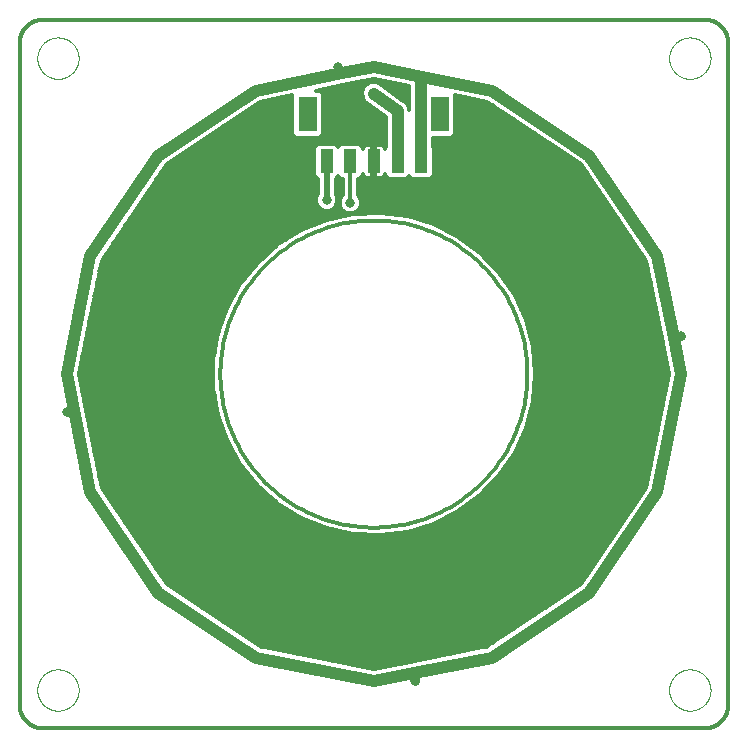
<source format=gbl>
G75*
%MOIN*%
%OFA0B0*%
%FSLAX25Y25*%
%IPPOS*%
%LPD*%
%AMOC8*
5,1,8,0,0,1.08239X$1,22.5*
%
%ADD10C,0.01181*%
%ADD11C,0.00000*%
%ADD12R,0.04331X0.07874*%
%ADD13R,0.06299X0.11811*%
%ADD14C,0.03169*%
%ADD15C,0.01200*%
%ADD16C,0.03937*%
%ADD17C,0.01969*%
%ADD18C,0.02953*%
D10*
X0009465Y0003031D02*
X0229937Y0003031D01*
X0229937Y0003032D02*
X0230127Y0003034D01*
X0230317Y0003041D01*
X0230507Y0003053D01*
X0230697Y0003069D01*
X0230886Y0003089D01*
X0231075Y0003115D01*
X0231263Y0003144D01*
X0231450Y0003179D01*
X0231636Y0003218D01*
X0231821Y0003261D01*
X0232006Y0003309D01*
X0232189Y0003361D01*
X0232370Y0003417D01*
X0232550Y0003478D01*
X0232729Y0003544D01*
X0232906Y0003613D01*
X0233082Y0003687D01*
X0233255Y0003765D01*
X0233427Y0003848D01*
X0233596Y0003934D01*
X0233764Y0004024D01*
X0233929Y0004119D01*
X0234092Y0004217D01*
X0234252Y0004320D01*
X0234410Y0004426D01*
X0234565Y0004536D01*
X0234718Y0004649D01*
X0234868Y0004767D01*
X0235014Y0004888D01*
X0235158Y0005012D01*
X0235299Y0005140D01*
X0235437Y0005271D01*
X0235572Y0005406D01*
X0235703Y0005544D01*
X0235831Y0005685D01*
X0235955Y0005829D01*
X0236076Y0005975D01*
X0236194Y0006125D01*
X0236307Y0006278D01*
X0236417Y0006433D01*
X0236523Y0006591D01*
X0236626Y0006751D01*
X0236724Y0006914D01*
X0236819Y0007079D01*
X0236909Y0007247D01*
X0236995Y0007416D01*
X0237078Y0007588D01*
X0237156Y0007761D01*
X0237230Y0007937D01*
X0237299Y0008114D01*
X0237365Y0008293D01*
X0237426Y0008473D01*
X0237482Y0008654D01*
X0237534Y0008837D01*
X0237582Y0009022D01*
X0237625Y0009207D01*
X0237664Y0009393D01*
X0237699Y0009580D01*
X0237728Y0009768D01*
X0237754Y0009957D01*
X0237774Y0010146D01*
X0237790Y0010336D01*
X0237802Y0010526D01*
X0237809Y0010716D01*
X0237811Y0010906D01*
X0237811Y0231378D01*
X0237809Y0231568D01*
X0237802Y0231758D01*
X0237790Y0231948D01*
X0237774Y0232138D01*
X0237754Y0232327D01*
X0237728Y0232516D01*
X0237699Y0232704D01*
X0237664Y0232891D01*
X0237625Y0233077D01*
X0237582Y0233262D01*
X0237534Y0233447D01*
X0237482Y0233630D01*
X0237426Y0233811D01*
X0237365Y0233991D01*
X0237299Y0234170D01*
X0237230Y0234347D01*
X0237156Y0234523D01*
X0237078Y0234696D01*
X0236995Y0234868D01*
X0236909Y0235037D01*
X0236819Y0235205D01*
X0236724Y0235370D01*
X0236626Y0235533D01*
X0236523Y0235693D01*
X0236417Y0235851D01*
X0236307Y0236006D01*
X0236194Y0236159D01*
X0236076Y0236309D01*
X0235955Y0236455D01*
X0235831Y0236599D01*
X0235703Y0236740D01*
X0235572Y0236878D01*
X0235437Y0237013D01*
X0235299Y0237144D01*
X0235158Y0237272D01*
X0235014Y0237396D01*
X0234868Y0237517D01*
X0234718Y0237635D01*
X0234565Y0237748D01*
X0234410Y0237858D01*
X0234252Y0237964D01*
X0234092Y0238067D01*
X0233929Y0238165D01*
X0233764Y0238260D01*
X0233596Y0238350D01*
X0233427Y0238436D01*
X0233255Y0238519D01*
X0233082Y0238597D01*
X0232906Y0238671D01*
X0232729Y0238740D01*
X0232550Y0238806D01*
X0232370Y0238867D01*
X0232189Y0238923D01*
X0232006Y0238975D01*
X0231821Y0239023D01*
X0231636Y0239066D01*
X0231450Y0239105D01*
X0231263Y0239140D01*
X0231075Y0239169D01*
X0230886Y0239195D01*
X0230697Y0239215D01*
X0230507Y0239231D01*
X0230317Y0239243D01*
X0230127Y0239250D01*
X0229937Y0239252D01*
X0009465Y0239252D01*
X0009275Y0239250D01*
X0009085Y0239243D01*
X0008895Y0239231D01*
X0008705Y0239215D01*
X0008516Y0239195D01*
X0008327Y0239169D01*
X0008139Y0239140D01*
X0007952Y0239105D01*
X0007766Y0239066D01*
X0007581Y0239023D01*
X0007396Y0238975D01*
X0007213Y0238923D01*
X0007032Y0238867D01*
X0006852Y0238806D01*
X0006673Y0238740D01*
X0006496Y0238671D01*
X0006320Y0238597D01*
X0006147Y0238519D01*
X0005975Y0238436D01*
X0005806Y0238350D01*
X0005638Y0238260D01*
X0005473Y0238165D01*
X0005310Y0238067D01*
X0005150Y0237964D01*
X0004992Y0237858D01*
X0004837Y0237748D01*
X0004684Y0237635D01*
X0004534Y0237517D01*
X0004388Y0237396D01*
X0004244Y0237272D01*
X0004103Y0237144D01*
X0003965Y0237013D01*
X0003830Y0236878D01*
X0003699Y0236740D01*
X0003571Y0236599D01*
X0003447Y0236455D01*
X0003326Y0236309D01*
X0003208Y0236159D01*
X0003095Y0236006D01*
X0002985Y0235851D01*
X0002879Y0235693D01*
X0002776Y0235533D01*
X0002678Y0235370D01*
X0002583Y0235205D01*
X0002493Y0235037D01*
X0002407Y0234868D01*
X0002324Y0234696D01*
X0002246Y0234523D01*
X0002172Y0234347D01*
X0002103Y0234170D01*
X0002037Y0233991D01*
X0001976Y0233811D01*
X0001920Y0233630D01*
X0001868Y0233447D01*
X0001820Y0233262D01*
X0001777Y0233077D01*
X0001738Y0232891D01*
X0001703Y0232704D01*
X0001674Y0232516D01*
X0001648Y0232327D01*
X0001628Y0232138D01*
X0001612Y0231948D01*
X0001600Y0231758D01*
X0001593Y0231568D01*
X0001591Y0231378D01*
X0001591Y0010906D01*
X0001593Y0010716D01*
X0001600Y0010526D01*
X0001612Y0010336D01*
X0001628Y0010146D01*
X0001648Y0009957D01*
X0001674Y0009768D01*
X0001703Y0009580D01*
X0001738Y0009393D01*
X0001777Y0009207D01*
X0001820Y0009022D01*
X0001868Y0008837D01*
X0001920Y0008654D01*
X0001976Y0008473D01*
X0002037Y0008293D01*
X0002103Y0008114D01*
X0002172Y0007937D01*
X0002246Y0007761D01*
X0002324Y0007588D01*
X0002407Y0007416D01*
X0002493Y0007247D01*
X0002583Y0007079D01*
X0002678Y0006914D01*
X0002776Y0006751D01*
X0002879Y0006591D01*
X0002985Y0006433D01*
X0003095Y0006278D01*
X0003208Y0006125D01*
X0003326Y0005975D01*
X0003447Y0005829D01*
X0003571Y0005685D01*
X0003699Y0005544D01*
X0003830Y0005406D01*
X0003965Y0005271D01*
X0004103Y0005140D01*
X0004244Y0005012D01*
X0004388Y0004888D01*
X0004534Y0004767D01*
X0004684Y0004649D01*
X0004837Y0004536D01*
X0004992Y0004426D01*
X0005150Y0004320D01*
X0005310Y0004217D01*
X0005473Y0004119D01*
X0005638Y0004024D01*
X0005806Y0003934D01*
X0005975Y0003848D01*
X0006147Y0003765D01*
X0006320Y0003687D01*
X0006496Y0003613D01*
X0006673Y0003544D01*
X0006852Y0003478D01*
X0007032Y0003417D01*
X0007213Y0003361D01*
X0007396Y0003309D01*
X0007581Y0003261D01*
X0007766Y0003218D01*
X0007952Y0003179D01*
X0008139Y0003144D01*
X0008327Y0003115D01*
X0008516Y0003089D01*
X0008705Y0003069D01*
X0008895Y0003053D01*
X0009085Y0003041D01*
X0009275Y0003034D01*
X0009465Y0003032D01*
X0051861Y0050365D02*
X0187540Y0050365D01*
X0188724Y0051154D02*
X0157535Y0030361D01*
X0131600Y0025174D01*
X0131600Y0025174D01*
X0119701Y0022794D01*
X0081867Y0030361D01*
X0050678Y0051154D01*
X0028918Y0083321D01*
X0023771Y0109054D01*
X0021354Y0121142D01*
X0066154Y0121142D01*
X0066154Y0122321D02*
X0021589Y0122321D01*
X0021354Y0121142D02*
X0028918Y0158962D01*
X0050678Y0191130D01*
X0081867Y0211922D01*
X0092535Y0214056D01*
X0092535Y0201035D01*
X0093689Y0199882D01*
X0101619Y0199882D01*
X0102772Y0201035D01*
X0102772Y0214477D01*
X0101619Y0215630D01*
X0100406Y0215630D01*
X0110641Y0217677D01*
X0119701Y0219489D01*
X0131512Y0217127D01*
X0131512Y0209020D01*
X0131512Y0209523D01*
X0131402Y0209788D01*
X0131361Y0210072D01*
X0131105Y0210505D01*
X0130912Y0210970D01*
X0130710Y0211173D01*
X0130563Y0211420D01*
X0130161Y0211722D01*
X0129805Y0212078D01*
X0129540Y0212188D01*
X0121436Y0218265D01*
X0119919Y0218654D01*
X0118369Y0218432D01*
X0117021Y0217634D01*
X0116081Y0216381D01*
X0115693Y0214864D01*
X0115914Y0213314D01*
X0116712Y0211966D01*
X0123638Y0206772D01*
X0123638Y0196957D01*
X0123441Y0196760D01*
X0123441Y0196213D01*
X0123348Y0196559D01*
X0123139Y0196921D01*
X0122843Y0197218D01*
X0122480Y0197427D01*
X0122076Y0197535D01*
X0120193Y0197535D01*
X0120193Y0192500D01*
X0119209Y0192500D01*
X0119209Y0197535D01*
X0117326Y0197535D01*
X0116921Y0197427D01*
X0116559Y0197218D01*
X0116263Y0196921D01*
X0116053Y0196559D01*
X0115961Y0196213D01*
X0115961Y0196760D01*
X0114808Y0197913D01*
X0108846Y0197913D01*
X0107890Y0196957D01*
X0106933Y0197913D01*
X0100972Y0197913D01*
X0099819Y0196760D01*
X0099819Y0187255D01*
X0100972Y0186102D01*
X0101000Y0186102D01*
X0101000Y0181284D01*
X0100941Y0181225D01*
X0100400Y0179919D01*
X0100400Y0178506D01*
X0100941Y0177200D01*
X0101940Y0176201D01*
X0103246Y0175660D01*
X0104659Y0175660D01*
X0105965Y0176201D01*
X0106965Y0177200D01*
X0107505Y0178506D01*
X0107505Y0179919D01*
X0106965Y0181225D01*
X0106905Y0181284D01*
X0106905Y0186102D01*
X0106933Y0186102D01*
X0107890Y0187059D01*
X0108846Y0186102D01*
X0109258Y0186102D01*
X0109258Y0180684D01*
X0108815Y0180241D01*
X0108274Y0178935D01*
X0108274Y0177522D01*
X0108815Y0176216D01*
X0109814Y0175216D01*
X0111120Y0174676D01*
X0112533Y0174676D01*
X0113839Y0175216D01*
X0114839Y0176216D01*
X0115380Y0177522D01*
X0115380Y0178935D01*
X0114839Y0180241D01*
X0114395Y0180684D01*
X0114395Y0186102D01*
X0114808Y0186102D01*
X0115961Y0187255D01*
X0115961Y0187803D01*
X0116053Y0187457D01*
X0116263Y0187094D01*
X0116559Y0186798D01*
X0116921Y0186589D01*
X0117326Y0186480D01*
X0119209Y0186480D01*
X0119209Y0191516D01*
X0120193Y0191516D01*
X0120193Y0186480D01*
X0122076Y0186480D01*
X0122480Y0186589D01*
X0122843Y0186798D01*
X0123139Y0187094D01*
X0123348Y0187457D01*
X0123441Y0187803D01*
X0123441Y0187255D01*
X0124594Y0186102D01*
X0130556Y0186102D01*
X0131512Y0187059D01*
X0132468Y0186102D01*
X0138430Y0186102D01*
X0139583Y0187255D01*
X0139583Y0196760D01*
X0139386Y0196957D01*
X0139386Y0199882D01*
X0145713Y0199882D01*
X0146866Y0201035D01*
X0146866Y0214056D01*
X0157535Y0211922D01*
X0188724Y0191130D01*
X0210484Y0158962D01*
X0215630Y0133230D01*
X0215630Y0133230D01*
X0218048Y0121142D01*
X0173441Y0121142D01*
X0172668Y0130224D01*
X0170371Y0139045D01*
X0166617Y0147351D01*
X0161513Y0154902D01*
X0155206Y0161483D01*
X0155206Y0161483D01*
X0147877Y0166903D01*
X0139738Y0171007D01*
X0131023Y0173676D01*
X0121982Y0174833D01*
X0112875Y0174447D01*
X0112875Y0174447D01*
X0103964Y0172526D01*
X0095507Y0169128D01*
X0095507Y0169128D01*
X0087745Y0164349D01*
X0080903Y0158327D01*
X0080903Y0158327D01*
X0075177Y0151235D01*
X0075177Y0151235D01*
X0070731Y0143277D01*
X0067695Y0134683D01*
X0066154Y0125699D01*
X0066154Y0116584D01*
X0067695Y0107600D01*
X0070731Y0099006D01*
X0075177Y0091049D01*
X0075177Y0091049D01*
X0080903Y0083957D01*
X0087745Y0077935D01*
X0087745Y0077935D01*
X0095507Y0073156D01*
X0103964Y0069757D01*
X0103964Y0069757D01*
X0112875Y0067837D01*
X0121982Y0067450D01*
X0131023Y0068608D01*
X0139738Y0071277D01*
X0139738Y0071277D01*
X0147877Y0075380D01*
X0155206Y0080800D01*
X0155206Y0080800D01*
X0161513Y0087381D01*
X0166617Y0094933D01*
X0170371Y0103239D01*
X0172668Y0112060D01*
X0173441Y0121142D01*
X0173441Y0121142D01*
X0173341Y0122321D02*
X0217812Y0122321D01*
X0218048Y0121142D02*
X0210484Y0083321D01*
X0188724Y0051154D01*
X0188988Y0051545D02*
X0050414Y0051545D01*
X0049616Y0052724D02*
X0189786Y0052724D01*
X0190584Y0053904D02*
X0048818Y0053904D01*
X0048020Y0055083D02*
X0191382Y0055083D01*
X0192180Y0056263D02*
X0047222Y0056263D01*
X0046424Y0057443D02*
X0192978Y0057443D01*
X0193776Y0058622D02*
X0045626Y0058622D01*
X0044828Y0059802D02*
X0194574Y0059802D01*
X0195372Y0060981D02*
X0044030Y0060981D01*
X0043232Y0062161D02*
X0196170Y0062161D01*
X0196968Y0063341D02*
X0042434Y0063341D01*
X0041636Y0064520D02*
X0197766Y0064520D01*
X0198564Y0065700D02*
X0040838Y0065700D01*
X0040040Y0066880D02*
X0199362Y0066880D01*
X0200160Y0068059D02*
X0126738Y0068059D01*
X0131023Y0068608D02*
X0131023Y0068608D01*
X0133083Y0069239D02*
X0200958Y0069239D01*
X0201756Y0070418D02*
X0136935Y0070418D01*
X0140375Y0071598D02*
X0202554Y0071598D01*
X0203352Y0072778D02*
X0142715Y0072778D01*
X0145054Y0073957D02*
X0204150Y0073957D01*
X0204948Y0075137D02*
X0147394Y0075137D01*
X0149143Y0076316D02*
X0205745Y0076316D01*
X0206543Y0077496D02*
X0150738Y0077496D01*
X0152333Y0078676D02*
X0207341Y0078676D01*
X0208139Y0079855D02*
X0153928Y0079855D01*
X0155430Y0081035D02*
X0208937Y0081035D01*
X0209735Y0082214D02*
X0156561Y0082214D01*
X0157691Y0083394D02*
X0210498Y0083394D01*
X0210734Y0084574D02*
X0158822Y0084574D01*
X0159952Y0085753D02*
X0210970Y0085753D01*
X0211206Y0086933D02*
X0161083Y0086933D01*
X0162007Y0088113D02*
X0211442Y0088113D01*
X0211678Y0089292D02*
X0162804Y0089292D01*
X0163601Y0090472D02*
X0211914Y0090472D01*
X0212150Y0091651D02*
X0164399Y0091651D01*
X0165196Y0092831D02*
X0212386Y0092831D01*
X0212622Y0094011D02*
X0165993Y0094011D01*
X0166733Y0095190D02*
X0212858Y0095190D01*
X0213094Y0096370D02*
X0167266Y0096370D01*
X0167799Y0097549D02*
X0213330Y0097549D01*
X0213566Y0098729D02*
X0168333Y0098729D01*
X0168866Y0099909D02*
X0213801Y0099909D01*
X0214037Y0101088D02*
X0169399Y0101088D01*
X0169932Y0102268D02*
X0214273Y0102268D01*
X0214509Y0103448D02*
X0170426Y0103448D01*
X0170733Y0104627D02*
X0214745Y0104627D01*
X0214981Y0105807D02*
X0171040Y0105807D01*
X0171347Y0106986D02*
X0215217Y0106986D01*
X0215453Y0108166D02*
X0171654Y0108166D01*
X0171961Y0109346D02*
X0215689Y0109346D01*
X0215925Y0110525D02*
X0172268Y0110525D01*
X0172576Y0111705D02*
X0216161Y0111705D01*
X0216397Y0112884D02*
X0172738Y0112884D01*
X0172668Y0112060D02*
X0172668Y0112060D01*
X0172839Y0114064D02*
X0216632Y0114064D01*
X0216868Y0115244D02*
X0172939Y0115244D01*
X0173039Y0116423D02*
X0217104Y0116423D01*
X0217340Y0117603D02*
X0173140Y0117603D01*
X0173240Y0118783D02*
X0217576Y0118783D01*
X0217812Y0119962D02*
X0173341Y0119962D01*
X0173240Y0123501D02*
X0217576Y0123501D01*
X0217340Y0124681D02*
X0173140Y0124681D01*
X0173039Y0125860D02*
X0217104Y0125860D01*
X0216868Y0127040D02*
X0172939Y0127040D01*
X0172839Y0128219D02*
X0216632Y0128219D01*
X0216397Y0129399D02*
X0172738Y0129399D01*
X0172668Y0130224D02*
X0172668Y0130224D01*
X0172576Y0130579D02*
X0216161Y0130579D01*
X0215925Y0131758D02*
X0172268Y0131758D01*
X0171961Y0132938D02*
X0215689Y0132938D01*
X0215453Y0134117D02*
X0171654Y0134117D01*
X0171347Y0135297D02*
X0215217Y0135297D01*
X0214981Y0136477D02*
X0171040Y0136477D01*
X0170733Y0137656D02*
X0214745Y0137656D01*
X0214509Y0138836D02*
X0170426Y0138836D01*
X0170371Y0139045D02*
X0170371Y0139045D01*
X0169932Y0140016D02*
X0214273Y0140016D01*
X0214037Y0141195D02*
X0169399Y0141195D01*
X0168866Y0142375D02*
X0213801Y0142375D01*
X0213565Y0143554D02*
X0168333Y0143554D01*
X0167799Y0144734D02*
X0213330Y0144734D01*
X0213094Y0145914D02*
X0167266Y0145914D01*
X0166733Y0147093D02*
X0212858Y0147093D01*
X0212622Y0148273D02*
X0165993Y0148273D01*
X0166617Y0147351D02*
X0166617Y0147351D01*
X0165196Y0149452D02*
X0212386Y0149452D01*
X0212150Y0150632D02*
X0164399Y0150632D01*
X0163601Y0151812D02*
X0211914Y0151812D01*
X0211678Y0152991D02*
X0162804Y0152991D01*
X0162007Y0154171D02*
X0211442Y0154171D01*
X0211206Y0155351D02*
X0161083Y0155351D01*
X0161513Y0154902D02*
X0161513Y0154902D01*
X0159952Y0156530D02*
X0210970Y0156530D01*
X0210734Y0157710D02*
X0158822Y0157710D01*
X0157691Y0158889D02*
X0210498Y0158889D01*
X0209735Y0160069D02*
X0156561Y0160069D01*
X0155430Y0161249D02*
X0208937Y0161249D01*
X0208139Y0162428D02*
X0153927Y0162428D01*
X0152333Y0163608D02*
X0207341Y0163608D01*
X0206543Y0164787D02*
X0150738Y0164787D01*
X0149143Y0165967D02*
X0205745Y0165967D01*
X0204947Y0167147D02*
X0147394Y0167147D01*
X0147877Y0166903D02*
X0147877Y0166903D01*
X0145054Y0168326D02*
X0204150Y0168326D01*
X0203352Y0169506D02*
X0142715Y0169506D01*
X0140375Y0170686D02*
X0202554Y0170686D01*
X0201756Y0171865D02*
X0136935Y0171865D01*
X0139738Y0171007D02*
X0139738Y0171007D01*
X0133083Y0173045D02*
X0200958Y0173045D01*
X0200160Y0174224D02*
X0126738Y0174224D01*
X0131023Y0173676D02*
X0131023Y0173676D01*
X0121982Y0174833D02*
X0121982Y0174833D01*
X0114991Y0176584D02*
X0198564Y0176584D01*
X0197766Y0177763D02*
X0115380Y0177763D01*
X0115376Y0178943D02*
X0196968Y0178943D01*
X0196170Y0180122D02*
X0114888Y0180122D01*
X0114395Y0181302D02*
X0195372Y0181302D01*
X0194574Y0182482D02*
X0114395Y0182482D01*
X0114395Y0183661D02*
X0193776Y0183661D01*
X0192978Y0184841D02*
X0114395Y0184841D01*
X0114395Y0186020D02*
X0192180Y0186020D01*
X0191382Y0187200D02*
X0139527Y0187200D01*
X0139583Y0188380D02*
X0190584Y0188380D01*
X0189786Y0189559D02*
X0139583Y0189559D01*
X0139583Y0190739D02*
X0188988Y0190739D01*
X0187540Y0191919D02*
X0139583Y0191919D01*
X0139583Y0193098D02*
X0185771Y0193098D01*
X0184002Y0194278D02*
X0139583Y0194278D01*
X0139583Y0195457D02*
X0182232Y0195457D01*
X0180463Y0196637D02*
X0139583Y0196637D01*
X0139386Y0197817D02*
X0178693Y0197817D01*
X0176924Y0198996D02*
X0139386Y0198996D01*
X0146007Y0200176D02*
X0175154Y0200176D01*
X0173385Y0201355D02*
X0146866Y0201355D01*
X0146866Y0202535D02*
X0171616Y0202535D01*
X0169846Y0203715D02*
X0146866Y0203715D01*
X0146866Y0204894D02*
X0168077Y0204894D01*
X0166307Y0206074D02*
X0146866Y0206074D01*
X0146866Y0207254D02*
X0164538Y0207254D01*
X0162768Y0208433D02*
X0146866Y0208433D01*
X0146866Y0209613D02*
X0160999Y0209613D01*
X0159230Y0210792D02*
X0146866Y0210792D01*
X0146866Y0211972D02*
X0157286Y0211972D01*
X0151388Y0213152D02*
X0146866Y0213152D01*
X0131512Y0213152D02*
X0128255Y0213152D01*
X0126682Y0214331D02*
X0131512Y0214331D01*
X0131512Y0215511D02*
X0125109Y0215511D01*
X0123536Y0216690D02*
X0131512Y0216690D01*
X0127795Y0217870D02*
X0121963Y0217870D01*
X0121897Y0219050D02*
X0117504Y0219050D01*
X0117419Y0217870D02*
X0111606Y0217870D01*
X0110641Y0217677D02*
X0110641Y0217677D01*
X0105708Y0216690D02*
X0116313Y0216690D01*
X0115858Y0215511D02*
X0101738Y0215511D01*
X0102772Y0214331D02*
X0115769Y0214331D01*
X0116010Y0213152D02*
X0102772Y0213152D01*
X0102772Y0211972D02*
X0116708Y0211972D01*
X0118277Y0210792D02*
X0102772Y0210792D01*
X0102772Y0209613D02*
X0119850Y0209613D01*
X0121422Y0208433D02*
X0102772Y0208433D01*
X0102772Y0207254D02*
X0122995Y0207254D01*
X0123638Y0206074D02*
X0102772Y0206074D01*
X0102772Y0204894D02*
X0123638Y0204894D01*
X0123638Y0203715D02*
X0102772Y0203715D01*
X0102772Y0202535D02*
X0123638Y0202535D01*
X0123638Y0201355D02*
X0102772Y0201355D01*
X0101912Y0200176D02*
X0123638Y0200176D01*
X0123638Y0198996D02*
X0062478Y0198996D01*
X0064247Y0200176D02*
X0093395Y0200176D01*
X0092535Y0201355D02*
X0066017Y0201355D01*
X0067786Y0202535D02*
X0092535Y0202535D01*
X0092535Y0203715D02*
X0069555Y0203715D01*
X0071325Y0204894D02*
X0092535Y0204894D01*
X0092535Y0206074D02*
X0073094Y0206074D01*
X0074864Y0207254D02*
X0092535Y0207254D01*
X0092535Y0208433D02*
X0076633Y0208433D01*
X0078402Y0209613D02*
X0092535Y0209613D01*
X0092535Y0210792D02*
X0080172Y0210792D01*
X0082116Y0211972D02*
X0092535Y0211972D01*
X0092535Y0213152D02*
X0088014Y0213152D01*
X0100875Y0197817D02*
X0060708Y0197817D01*
X0058939Y0196637D02*
X0099819Y0196637D01*
X0099819Y0195457D02*
X0057169Y0195457D01*
X0055400Y0194278D02*
X0099819Y0194278D01*
X0099819Y0193098D02*
X0053631Y0193098D01*
X0051861Y0191919D02*
X0099819Y0191919D01*
X0099819Y0190739D02*
X0050414Y0190739D01*
X0049616Y0189559D02*
X0099819Y0189559D01*
X0099819Y0188380D02*
X0048818Y0188380D01*
X0048020Y0187200D02*
X0099874Y0187200D01*
X0101000Y0186020D02*
X0047222Y0186020D01*
X0046424Y0184841D02*
X0101000Y0184841D01*
X0101000Y0183661D02*
X0045626Y0183661D01*
X0044828Y0182482D02*
X0101000Y0182482D01*
X0101000Y0181302D02*
X0044030Y0181302D01*
X0043232Y0180122D02*
X0100484Y0180122D01*
X0100400Y0178943D02*
X0042434Y0178943D01*
X0041636Y0177763D02*
X0100708Y0177763D01*
X0101557Y0176584D02*
X0040838Y0176584D01*
X0040040Y0175404D02*
X0109627Y0175404D01*
X0108663Y0176584D02*
X0106348Y0176584D01*
X0107198Y0177763D02*
X0108274Y0177763D01*
X0108277Y0178943D02*
X0107505Y0178943D01*
X0107421Y0180122D02*
X0108766Y0180122D01*
X0109258Y0181302D02*
X0106905Y0181302D01*
X0106905Y0182482D02*
X0109258Y0182482D01*
X0109258Y0183661D02*
X0106905Y0183661D01*
X0106905Y0184841D02*
X0109258Y0184841D01*
X0109258Y0186020D02*
X0106905Y0186020D01*
X0115905Y0187200D02*
X0116202Y0187200D01*
X0119209Y0187200D02*
X0120193Y0187200D01*
X0120193Y0188380D02*
X0119209Y0188380D01*
X0119209Y0189559D02*
X0120193Y0189559D01*
X0120193Y0190739D02*
X0119209Y0190739D01*
X0119209Y0193098D02*
X0120193Y0193098D01*
X0120193Y0194278D02*
X0119209Y0194278D01*
X0119209Y0195457D02*
X0120193Y0195457D01*
X0120193Y0196637D02*
X0119209Y0196637D01*
X0116098Y0196637D02*
X0115961Y0196637D01*
X0114904Y0197817D02*
X0123638Y0197817D01*
X0123441Y0196637D02*
X0123303Y0196637D01*
X0123200Y0187200D02*
X0123496Y0187200D01*
X0114027Y0175404D02*
X0199362Y0175404D01*
X0131512Y0209020D02*
X0131512Y0209020D01*
X0131512Y0209613D02*
X0131475Y0209613D01*
X0131512Y0210792D02*
X0130986Y0210792D01*
X0131512Y0211972D02*
X0129911Y0211972D01*
X0108749Y0197817D02*
X0107030Y0197817D01*
X0111844Y0174224D02*
X0039242Y0174224D01*
X0038444Y0173045D02*
X0106370Y0173045D01*
X0103964Y0172526D02*
X0103964Y0172526D01*
X0102319Y0171865D02*
X0037646Y0171865D01*
X0036848Y0170686D02*
X0099384Y0170686D01*
X0096448Y0169506D02*
X0036050Y0169506D01*
X0035252Y0168326D02*
X0094205Y0168326D01*
X0092289Y0167147D02*
X0034454Y0167147D01*
X0033656Y0165967D02*
X0090374Y0165967D01*
X0088458Y0164787D02*
X0032858Y0164787D01*
X0032060Y0163608D02*
X0086903Y0163608D01*
X0087745Y0164349D02*
X0087745Y0164349D01*
X0085563Y0162428D02*
X0031262Y0162428D01*
X0030464Y0161249D02*
X0084223Y0161249D01*
X0082882Y0160069D02*
X0029666Y0160069D01*
X0028903Y0158889D02*
X0081542Y0158889D01*
X0080405Y0157710D02*
X0028667Y0157710D01*
X0028431Y0156530D02*
X0079452Y0156530D01*
X0078500Y0155351D02*
X0028195Y0155351D01*
X0027959Y0154171D02*
X0077547Y0154171D01*
X0076595Y0152991D02*
X0027723Y0152991D01*
X0027488Y0151812D02*
X0075642Y0151812D01*
X0074840Y0150632D02*
X0027252Y0150632D01*
X0027016Y0149452D02*
X0074181Y0149452D01*
X0073522Y0148273D02*
X0026780Y0148273D01*
X0026544Y0147093D02*
X0072863Y0147093D01*
X0072204Y0145914D02*
X0026308Y0145914D01*
X0026072Y0144734D02*
X0071545Y0144734D01*
X0070886Y0143554D02*
X0025836Y0143554D01*
X0025600Y0142375D02*
X0070412Y0142375D01*
X0070731Y0143277D02*
X0070731Y0143277D01*
X0069996Y0141195D02*
X0025364Y0141195D01*
X0025128Y0140016D02*
X0069579Y0140016D01*
X0069162Y0138836D02*
X0024892Y0138836D01*
X0024656Y0137656D02*
X0068745Y0137656D01*
X0068328Y0136477D02*
X0024421Y0136477D01*
X0024185Y0135297D02*
X0067912Y0135297D01*
X0067695Y0134683D02*
X0067695Y0134683D01*
X0067598Y0134117D02*
X0023949Y0134117D01*
X0023713Y0132938D02*
X0067395Y0132938D01*
X0067193Y0131758D02*
X0023477Y0131758D01*
X0023241Y0130579D02*
X0066991Y0130579D01*
X0066789Y0129399D02*
X0023005Y0129399D01*
X0022769Y0128219D02*
X0066586Y0128219D01*
X0066384Y0127040D02*
X0022533Y0127040D01*
X0022297Y0125860D02*
X0066182Y0125860D01*
X0066154Y0124681D02*
X0022061Y0124681D01*
X0021825Y0123501D02*
X0066154Y0123501D01*
X0066154Y0119962D02*
X0021589Y0119962D01*
X0021825Y0118783D02*
X0066154Y0118783D01*
X0066154Y0117603D02*
X0022061Y0117603D01*
X0022297Y0116423D02*
X0066182Y0116423D01*
X0066384Y0115244D02*
X0022533Y0115244D01*
X0022769Y0114064D02*
X0066586Y0114064D01*
X0066789Y0112884D02*
X0023005Y0112884D01*
X0023241Y0111705D02*
X0066991Y0111705D01*
X0067193Y0110525D02*
X0023477Y0110525D01*
X0023713Y0109346D02*
X0067395Y0109346D01*
X0067598Y0108166D02*
X0023949Y0108166D01*
X0023771Y0109054D02*
X0023771Y0109054D01*
X0024185Y0106986D02*
X0067912Y0106986D01*
X0067695Y0107600D02*
X0067695Y0107600D01*
X0068328Y0105807D02*
X0024421Y0105807D01*
X0024656Y0104627D02*
X0068745Y0104627D01*
X0069162Y0103448D02*
X0024892Y0103448D01*
X0025128Y0102268D02*
X0069579Y0102268D01*
X0069996Y0101088D02*
X0025364Y0101088D01*
X0025600Y0099909D02*
X0070412Y0099909D01*
X0070731Y0099006D02*
X0070731Y0099006D01*
X0070886Y0098729D02*
X0025836Y0098729D01*
X0026072Y0097549D02*
X0071545Y0097549D01*
X0072204Y0096370D02*
X0026308Y0096370D01*
X0026544Y0095190D02*
X0072863Y0095190D01*
X0073522Y0094011D02*
X0026780Y0094011D01*
X0027016Y0092831D02*
X0074181Y0092831D01*
X0074840Y0091651D02*
X0027252Y0091651D01*
X0027488Y0090472D02*
X0075642Y0090472D01*
X0076595Y0089292D02*
X0027723Y0089292D01*
X0027959Y0088113D02*
X0077547Y0088113D01*
X0078500Y0086933D02*
X0028195Y0086933D01*
X0028431Y0085753D02*
X0079452Y0085753D01*
X0080405Y0084574D02*
X0028667Y0084574D01*
X0028903Y0083394D02*
X0081542Y0083394D01*
X0080903Y0083957D02*
X0080903Y0083957D01*
X0080903Y0083957D01*
X0082882Y0082214D02*
X0029666Y0082214D01*
X0030464Y0081035D02*
X0084223Y0081035D01*
X0085563Y0079855D02*
X0031262Y0079855D01*
X0032060Y0078676D02*
X0086903Y0078676D01*
X0088458Y0077496D02*
X0032858Y0077496D01*
X0033656Y0076316D02*
X0090374Y0076316D01*
X0092289Y0075137D02*
X0034454Y0075137D01*
X0035252Y0073957D02*
X0094205Y0073957D01*
X0095507Y0073156D02*
X0095507Y0073156D01*
X0096448Y0072778D02*
X0036050Y0072778D01*
X0036848Y0071598D02*
X0099383Y0071598D01*
X0102319Y0070418D02*
X0037646Y0070418D01*
X0038444Y0069239D02*
X0106370Y0069239D01*
X0111843Y0068059D02*
X0039242Y0068059D01*
X0053631Y0049185D02*
X0185771Y0049185D01*
X0184002Y0048006D02*
X0055400Y0048006D01*
X0057169Y0046826D02*
X0182232Y0046826D01*
X0180463Y0045646D02*
X0058939Y0045646D01*
X0060708Y0044467D02*
X0178693Y0044467D01*
X0176924Y0043287D02*
X0062478Y0043287D01*
X0064247Y0042108D02*
X0175154Y0042108D01*
X0173385Y0040928D02*
X0066017Y0040928D01*
X0067786Y0039748D02*
X0171616Y0039748D01*
X0169846Y0038569D02*
X0069555Y0038569D01*
X0071325Y0037389D02*
X0168077Y0037389D01*
X0166307Y0036210D02*
X0073094Y0036210D01*
X0074864Y0035030D02*
X0164538Y0035030D01*
X0162769Y0033850D02*
X0076633Y0033850D01*
X0078402Y0032671D02*
X0160999Y0032671D01*
X0159230Y0031491D02*
X0080172Y0031491D01*
X0082116Y0030311D02*
X0157286Y0030311D01*
X0151388Y0029132D02*
X0088014Y0029132D01*
X0093912Y0027952D02*
X0145490Y0027952D01*
X0139591Y0026773D02*
X0099810Y0026773D01*
X0105708Y0025593D02*
X0133693Y0025593D01*
X0127795Y0024413D02*
X0111606Y0024413D01*
X0117504Y0023234D02*
X0121897Y0023234D01*
X0121982Y0067450D02*
X0121982Y0067450D01*
X0112875Y0067837D02*
X0112875Y0067837D01*
X0068520Y0121142D02*
X0068535Y0122398D01*
X0068582Y0123653D01*
X0068659Y0124907D01*
X0068766Y0126159D01*
X0068905Y0127407D01*
X0069074Y0128652D01*
X0069274Y0129892D01*
X0069503Y0131127D01*
X0069764Y0132356D01*
X0070054Y0133578D01*
X0070374Y0134793D01*
X0070724Y0135999D01*
X0071103Y0137197D01*
X0071512Y0138384D01*
X0071949Y0139562D01*
X0072416Y0140728D01*
X0072911Y0141883D01*
X0073434Y0143025D01*
X0073985Y0144154D01*
X0074563Y0145269D01*
X0075169Y0146369D01*
X0075802Y0147454D01*
X0076461Y0148524D01*
X0077146Y0149577D01*
X0077856Y0150612D01*
X0078592Y0151630D01*
X0079353Y0152630D01*
X0080138Y0153611D01*
X0080946Y0154572D01*
X0081778Y0155513D01*
X0082633Y0156433D01*
X0083511Y0157332D01*
X0084410Y0158210D01*
X0085330Y0159065D01*
X0086271Y0159897D01*
X0087232Y0160705D01*
X0088213Y0161490D01*
X0089213Y0162251D01*
X0090231Y0162987D01*
X0091266Y0163697D01*
X0092319Y0164382D01*
X0093389Y0165041D01*
X0094474Y0165674D01*
X0095574Y0166280D01*
X0096689Y0166858D01*
X0097818Y0167409D01*
X0098960Y0167932D01*
X0100115Y0168427D01*
X0101281Y0168894D01*
X0102459Y0169331D01*
X0103646Y0169740D01*
X0104844Y0170119D01*
X0106050Y0170469D01*
X0107265Y0170789D01*
X0108487Y0171079D01*
X0109716Y0171340D01*
X0110951Y0171569D01*
X0112191Y0171769D01*
X0113436Y0171938D01*
X0114684Y0172077D01*
X0115936Y0172184D01*
X0117190Y0172261D01*
X0118445Y0172308D01*
X0119701Y0172323D01*
X0120957Y0172308D01*
X0122212Y0172261D01*
X0123466Y0172184D01*
X0124718Y0172077D01*
X0125966Y0171938D01*
X0127211Y0171769D01*
X0128451Y0171569D01*
X0129686Y0171340D01*
X0130915Y0171079D01*
X0132137Y0170789D01*
X0133352Y0170469D01*
X0134558Y0170119D01*
X0135756Y0169740D01*
X0136943Y0169331D01*
X0138121Y0168894D01*
X0139287Y0168427D01*
X0140442Y0167932D01*
X0141584Y0167409D01*
X0142713Y0166858D01*
X0143828Y0166280D01*
X0144928Y0165674D01*
X0146013Y0165041D01*
X0147083Y0164382D01*
X0148136Y0163697D01*
X0149171Y0162987D01*
X0150189Y0162251D01*
X0151189Y0161490D01*
X0152170Y0160705D01*
X0153131Y0159897D01*
X0154072Y0159065D01*
X0154992Y0158210D01*
X0155891Y0157332D01*
X0156769Y0156433D01*
X0157624Y0155513D01*
X0158456Y0154572D01*
X0159264Y0153611D01*
X0160049Y0152630D01*
X0160810Y0151630D01*
X0161546Y0150612D01*
X0162256Y0149577D01*
X0162941Y0148524D01*
X0163600Y0147454D01*
X0164233Y0146369D01*
X0164839Y0145269D01*
X0165417Y0144154D01*
X0165968Y0143025D01*
X0166491Y0141883D01*
X0166986Y0140728D01*
X0167453Y0139562D01*
X0167890Y0138384D01*
X0168299Y0137197D01*
X0168678Y0135999D01*
X0169028Y0134793D01*
X0169348Y0133578D01*
X0169638Y0132356D01*
X0169899Y0131127D01*
X0170128Y0129892D01*
X0170328Y0128652D01*
X0170497Y0127407D01*
X0170636Y0126159D01*
X0170743Y0124907D01*
X0170820Y0123653D01*
X0170867Y0122398D01*
X0170882Y0121142D01*
X0170867Y0119886D01*
X0170820Y0118631D01*
X0170743Y0117377D01*
X0170636Y0116125D01*
X0170497Y0114877D01*
X0170328Y0113632D01*
X0170128Y0112392D01*
X0169899Y0111157D01*
X0169638Y0109928D01*
X0169348Y0108706D01*
X0169028Y0107491D01*
X0168678Y0106285D01*
X0168299Y0105087D01*
X0167890Y0103900D01*
X0167453Y0102722D01*
X0166986Y0101556D01*
X0166491Y0100401D01*
X0165968Y0099259D01*
X0165417Y0098130D01*
X0164839Y0097015D01*
X0164233Y0095915D01*
X0163600Y0094830D01*
X0162941Y0093760D01*
X0162256Y0092707D01*
X0161546Y0091672D01*
X0160810Y0090654D01*
X0160049Y0089654D01*
X0159264Y0088673D01*
X0158456Y0087712D01*
X0157624Y0086771D01*
X0156769Y0085851D01*
X0155891Y0084952D01*
X0154992Y0084074D01*
X0154072Y0083219D01*
X0153131Y0082387D01*
X0152170Y0081579D01*
X0151189Y0080794D01*
X0150189Y0080033D01*
X0149171Y0079297D01*
X0148136Y0078587D01*
X0147083Y0077902D01*
X0146013Y0077243D01*
X0144928Y0076610D01*
X0143828Y0076004D01*
X0142713Y0075426D01*
X0141584Y0074875D01*
X0140442Y0074352D01*
X0139287Y0073857D01*
X0138121Y0073390D01*
X0136943Y0072953D01*
X0135756Y0072544D01*
X0134558Y0072165D01*
X0133352Y0071815D01*
X0132137Y0071495D01*
X0130915Y0071205D01*
X0129686Y0070944D01*
X0128451Y0070715D01*
X0127211Y0070515D01*
X0125966Y0070346D01*
X0124718Y0070207D01*
X0123466Y0070100D01*
X0122212Y0070023D01*
X0120957Y0069976D01*
X0119701Y0069961D01*
X0118445Y0069976D01*
X0117190Y0070023D01*
X0115936Y0070100D01*
X0114684Y0070207D01*
X0113436Y0070346D01*
X0112191Y0070515D01*
X0110951Y0070715D01*
X0109716Y0070944D01*
X0108487Y0071205D01*
X0107265Y0071495D01*
X0106050Y0071815D01*
X0104844Y0072165D01*
X0103646Y0072544D01*
X0102459Y0072953D01*
X0101281Y0073390D01*
X0100115Y0073857D01*
X0098960Y0074352D01*
X0097818Y0074875D01*
X0096689Y0075426D01*
X0095574Y0076004D01*
X0094474Y0076610D01*
X0093389Y0077243D01*
X0092319Y0077902D01*
X0091266Y0078587D01*
X0090231Y0079297D01*
X0089213Y0080033D01*
X0088213Y0080794D01*
X0087232Y0081579D01*
X0086271Y0082387D01*
X0085330Y0083219D01*
X0084410Y0084074D01*
X0083511Y0084952D01*
X0082633Y0085851D01*
X0081778Y0086771D01*
X0080946Y0087712D01*
X0080138Y0088673D01*
X0079353Y0089654D01*
X0078592Y0090654D01*
X0077856Y0091672D01*
X0077146Y0092707D01*
X0076461Y0093760D01*
X0075802Y0094830D01*
X0075169Y0095915D01*
X0074563Y0097015D01*
X0073985Y0098130D01*
X0073434Y0099259D01*
X0072911Y0100401D01*
X0072416Y0101556D01*
X0071949Y0102722D01*
X0071512Y0103900D01*
X0071103Y0105087D01*
X0070724Y0106285D01*
X0070374Y0107491D01*
X0070054Y0108706D01*
X0069764Y0109928D01*
X0069503Y0111157D01*
X0069274Y0112392D01*
X0069074Y0113632D01*
X0068905Y0114877D01*
X0068766Y0116125D01*
X0068659Y0117377D01*
X0068582Y0118631D01*
X0068535Y0119886D01*
X0068520Y0121142D01*
D11*
X0007496Y0226457D02*
X0007498Y0226626D01*
X0007504Y0226795D01*
X0007515Y0226964D01*
X0007529Y0227132D01*
X0007548Y0227300D01*
X0007571Y0227468D01*
X0007597Y0227635D01*
X0007628Y0227801D01*
X0007663Y0227967D01*
X0007702Y0228131D01*
X0007746Y0228295D01*
X0007793Y0228457D01*
X0007844Y0228618D01*
X0007899Y0228778D01*
X0007958Y0228937D01*
X0008020Y0229094D01*
X0008087Y0229249D01*
X0008158Y0229403D01*
X0008232Y0229555D01*
X0008310Y0229705D01*
X0008391Y0229853D01*
X0008476Y0229999D01*
X0008565Y0230143D01*
X0008657Y0230285D01*
X0008753Y0230424D01*
X0008852Y0230561D01*
X0008954Y0230696D01*
X0009060Y0230828D01*
X0009169Y0230957D01*
X0009281Y0231084D01*
X0009396Y0231208D01*
X0009514Y0231329D01*
X0009635Y0231447D01*
X0009759Y0231562D01*
X0009886Y0231674D01*
X0010015Y0231783D01*
X0010147Y0231889D01*
X0010282Y0231991D01*
X0010419Y0232090D01*
X0010558Y0232186D01*
X0010700Y0232278D01*
X0010844Y0232367D01*
X0010990Y0232452D01*
X0011138Y0232533D01*
X0011288Y0232611D01*
X0011440Y0232685D01*
X0011594Y0232756D01*
X0011749Y0232823D01*
X0011906Y0232885D01*
X0012065Y0232944D01*
X0012225Y0232999D01*
X0012386Y0233050D01*
X0012548Y0233097D01*
X0012712Y0233141D01*
X0012876Y0233180D01*
X0013042Y0233215D01*
X0013208Y0233246D01*
X0013375Y0233272D01*
X0013543Y0233295D01*
X0013711Y0233314D01*
X0013879Y0233328D01*
X0014048Y0233339D01*
X0014217Y0233345D01*
X0014386Y0233347D01*
X0014555Y0233345D01*
X0014724Y0233339D01*
X0014893Y0233328D01*
X0015061Y0233314D01*
X0015229Y0233295D01*
X0015397Y0233272D01*
X0015564Y0233246D01*
X0015730Y0233215D01*
X0015896Y0233180D01*
X0016060Y0233141D01*
X0016224Y0233097D01*
X0016386Y0233050D01*
X0016547Y0232999D01*
X0016707Y0232944D01*
X0016866Y0232885D01*
X0017023Y0232823D01*
X0017178Y0232756D01*
X0017332Y0232685D01*
X0017484Y0232611D01*
X0017634Y0232533D01*
X0017782Y0232452D01*
X0017928Y0232367D01*
X0018072Y0232278D01*
X0018214Y0232186D01*
X0018353Y0232090D01*
X0018490Y0231991D01*
X0018625Y0231889D01*
X0018757Y0231783D01*
X0018886Y0231674D01*
X0019013Y0231562D01*
X0019137Y0231447D01*
X0019258Y0231329D01*
X0019376Y0231208D01*
X0019491Y0231084D01*
X0019603Y0230957D01*
X0019712Y0230828D01*
X0019818Y0230696D01*
X0019920Y0230561D01*
X0020019Y0230424D01*
X0020115Y0230285D01*
X0020207Y0230143D01*
X0020296Y0229999D01*
X0020381Y0229853D01*
X0020462Y0229705D01*
X0020540Y0229555D01*
X0020614Y0229403D01*
X0020685Y0229249D01*
X0020752Y0229094D01*
X0020814Y0228937D01*
X0020873Y0228778D01*
X0020928Y0228618D01*
X0020979Y0228457D01*
X0021026Y0228295D01*
X0021070Y0228131D01*
X0021109Y0227967D01*
X0021144Y0227801D01*
X0021175Y0227635D01*
X0021201Y0227468D01*
X0021224Y0227300D01*
X0021243Y0227132D01*
X0021257Y0226964D01*
X0021268Y0226795D01*
X0021274Y0226626D01*
X0021276Y0226457D01*
X0021274Y0226288D01*
X0021268Y0226119D01*
X0021257Y0225950D01*
X0021243Y0225782D01*
X0021224Y0225614D01*
X0021201Y0225446D01*
X0021175Y0225279D01*
X0021144Y0225113D01*
X0021109Y0224947D01*
X0021070Y0224783D01*
X0021026Y0224619D01*
X0020979Y0224457D01*
X0020928Y0224296D01*
X0020873Y0224136D01*
X0020814Y0223977D01*
X0020752Y0223820D01*
X0020685Y0223665D01*
X0020614Y0223511D01*
X0020540Y0223359D01*
X0020462Y0223209D01*
X0020381Y0223061D01*
X0020296Y0222915D01*
X0020207Y0222771D01*
X0020115Y0222629D01*
X0020019Y0222490D01*
X0019920Y0222353D01*
X0019818Y0222218D01*
X0019712Y0222086D01*
X0019603Y0221957D01*
X0019491Y0221830D01*
X0019376Y0221706D01*
X0019258Y0221585D01*
X0019137Y0221467D01*
X0019013Y0221352D01*
X0018886Y0221240D01*
X0018757Y0221131D01*
X0018625Y0221025D01*
X0018490Y0220923D01*
X0018353Y0220824D01*
X0018214Y0220728D01*
X0018072Y0220636D01*
X0017928Y0220547D01*
X0017782Y0220462D01*
X0017634Y0220381D01*
X0017484Y0220303D01*
X0017332Y0220229D01*
X0017178Y0220158D01*
X0017023Y0220091D01*
X0016866Y0220029D01*
X0016707Y0219970D01*
X0016547Y0219915D01*
X0016386Y0219864D01*
X0016224Y0219817D01*
X0016060Y0219773D01*
X0015896Y0219734D01*
X0015730Y0219699D01*
X0015564Y0219668D01*
X0015397Y0219642D01*
X0015229Y0219619D01*
X0015061Y0219600D01*
X0014893Y0219586D01*
X0014724Y0219575D01*
X0014555Y0219569D01*
X0014386Y0219567D01*
X0014217Y0219569D01*
X0014048Y0219575D01*
X0013879Y0219586D01*
X0013711Y0219600D01*
X0013543Y0219619D01*
X0013375Y0219642D01*
X0013208Y0219668D01*
X0013042Y0219699D01*
X0012876Y0219734D01*
X0012712Y0219773D01*
X0012548Y0219817D01*
X0012386Y0219864D01*
X0012225Y0219915D01*
X0012065Y0219970D01*
X0011906Y0220029D01*
X0011749Y0220091D01*
X0011594Y0220158D01*
X0011440Y0220229D01*
X0011288Y0220303D01*
X0011138Y0220381D01*
X0010990Y0220462D01*
X0010844Y0220547D01*
X0010700Y0220636D01*
X0010558Y0220728D01*
X0010419Y0220824D01*
X0010282Y0220923D01*
X0010147Y0221025D01*
X0010015Y0221131D01*
X0009886Y0221240D01*
X0009759Y0221352D01*
X0009635Y0221467D01*
X0009514Y0221585D01*
X0009396Y0221706D01*
X0009281Y0221830D01*
X0009169Y0221957D01*
X0009060Y0222086D01*
X0008954Y0222218D01*
X0008852Y0222353D01*
X0008753Y0222490D01*
X0008657Y0222629D01*
X0008565Y0222771D01*
X0008476Y0222915D01*
X0008391Y0223061D01*
X0008310Y0223209D01*
X0008232Y0223359D01*
X0008158Y0223511D01*
X0008087Y0223665D01*
X0008020Y0223820D01*
X0007958Y0223977D01*
X0007899Y0224136D01*
X0007844Y0224296D01*
X0007793Y0224457D01*
X0007746Y0224619D01*
X0007702Y0224783D01*
X0007663Y0224947D01*
X0007628Y0225113D01*
X0007597Y0225279D01*
X0007571Y0225446D01*
X0007548Y0225614D01*
X0007529Y0225782D01*
X0007515Y0225950D01*
X0007504Y0226119D01*
X0007498Y0226288D01*
X0007496Y0226457D01*
X0007496Y0015827D02*
X0007498Y0015996D01*
X0007504Y0016165D01*
X0007515Y0016334D01*
X0007529Y0016502D01*
X0007548Y0016670D01*
X0007571Y0016838D01*
X0007597Y0017005D01*
X0007628Y0017171D01*
X0007663Y0017337D01*
X0007702Y0017501D01*
X0007746Y0017665D01*
X0007793Y0017827D01*
X0007844Y0017988D01*
X0007899Y0018148D01*
X0007958Y0018307D01*
X0008020Y0018464D01*
X0008087Y0018619D01*
X0008158Y0018773D01*
X0008232Y0018925D01*
X0008310Y0019075D01*
X0008391Y0019223D01*
X0008476Y0019369D01*
X0008565Y0019513D01*
X0008657Y0019655D01*
X0008753Y0019794D01*
X0008852Y0019931D01*
X0008954Y0020066D01*
X0009060Y0020198D01*
X0009169Y0020327D01*
X0009281Y0020454D01*
X0009396Y0020578D01*
X0009514Y0020699D01*
X0009635Y0020817D01*
X0009759Y0020932D01*
X0009886Y0021044D01*
X0010015Y0021153D01*
X0010147Y0021259D01*
X0010282Y0021361D01*
X0010419Y0021460D01*
X0010558Y0021556D01*
X0010700Y0021648D01*
X0010844Y0021737D01*
X0010990Y0021822D01*
X0011138Y0021903D01*
X0011288Y0021981D01*
X0011440Y0022055D01*
X0011594Y0022126D01*
X0011749Y0022193D01*
X0011906Y0022255D01*
X0012065Y0022314D01*
X0012225Y0022369D01*
X0012386Y0022420D01*
X0012548Y0022467D01*
X0012712Y0022511D01*
X0012876Y0022550D01*
X0013042Y0022585D01*
X0013208Y0022616D01*
X0013375Y0022642D01*
X0013543Y0022665D01*
X0013711Y0022684D01*
X0013879Y0022698D01*
X0014048Y0022709D01*
X0014217Y0022715D01*
X0014386Y0022717D01*
X0014555Y0022715D01*
X0014724Y0022709D01*
X0014893Y0022698D01*
X0015061Y0022684D01*
X0015229Y0022665D01*
X0015397Y0022642D01*
X0015564Y0022616D01*
X0015730Y0022585D01*
X0015896Y0022550D01*
X0016060Y0022511D01*
X0016224Y0022467D01*
X0016386Y0022420D01*
X0016547Y0022369D01*
X0016707Y0022314D01*
X0016866Y0022255D01*
X0017023Y0022193D01*
X0017178Y0022126D01*
X0017332Y0022055D01*
X0017484Y0021981D01*
X0017634Y0021903D01*
X0017782Y0021822D01*
X0017928Y0021737D01*
X0018072Y0021648D01*
X0018214Y0021556D01*
X0018353Y0021460D01*
X0018490Y0021361D01*
X0018625Y0021259D01*
X0018757Y0021153D01*
X0018886Y0021044D01*
X0019013Y0020932D01*
X0019137Y0020817D01*
X0019258Y0020699D01*
X0019376Y0020578D01*
X0019491Y0020454D01*
X0019603Y0020327D01*
X0019712Y0020198D01*
X0019818Y0020066D01*
X0019920Y0019931D01*
X0020019Y0019794D01*
X0020115Y0019655D01*
X0020207Y0019513D01*
X0020296Y0019369D01*
X0020381Y0019223D01*
X0020462Y0019075D01*
X0020540Y0018925D01*
X0020614Y0018773D01*
X0020685Y0018619D01*
X0020752Y0018464D01*
X0020814Y0018307D01*
X0020873Y0018148D01*
X0020928Y0017988D01*
X0020979Y0017827D01*
X0021026Y0017665D01*
X0021070Y0017501D01*
X0021109Y0017337D01*
X0021144Y0017171D01*
X0021175Y0017005D01*
X0021201Y0016838D01*
X0021224Y0016670D01*
X0021243Y0016502D01*
X0021257Y0016334D01*
X0021268Y0016165D01*
X0021274Y0015996D01*
X0021276Y0015827D01*
X0021274Y0015658D01*
X0021268Y0015489D01*
X0021257Y0015320D01*
X0021243Y0015152D01*
X0021224Y0014984D01*
X0021201Y0014816D01*
X0021175Y0014649D01*
X0021144Y0014483D01*
X0021109Y0014317D01*
X0021070Y0014153D01*
X0021026Y0013989D01*
X0020979Y0013827D01*
X0020928Y0013666D01*
X0020873Y0013506D01*
X0020814Y0013347D01*
X0020752Y0013190D01*
X0020685Y0013035D01*
X0020614Y0012881D01*
X0020540Y0012729D01*
X0020462Y0012579D01*
X0020381Y0012431D01*
X0020296Y0012285D01*
X0020207Y0012141D01*
X0020115Y0011999D01*
X0020019Y0011860D01*
X0019920Y0011723D01*
X0019818Y0011588D01*
X0019712Y0011456D01*
X0019603Y0011327D01*
X0019491Y0011200D01*
X0019376Y0011076D01*
X0019258Y0010955D01*
X0019137Y0010837D01*
X0019013Y0010722D01*
X0018886Y0010610D01*
X0018757Y0010501D01*
X0018625Y0010395D01*
X0018490Y0010293D01*
X0018353Y0010194D01*
X0018214Y0010098D01*
X0018072Y0010006D01*
X0017928Y0009917D01*
X0017782Y0009832D01*
X0017634Y0009751D01*
X0017484Y0009673D01*
X0017332Y0009599D01*
X0017178Y0009528D01*
X0017023Y0009461D01*
X0016866Y0009399D01*
X0016707Y0009340D01*
X0016547Y0009285D01*
X0016386Y0009234D01*
X0016224Y0009187D01*
X0016060Y0009143D01*
X0015896Y0009104D01*
X0015730Y0009069D01*
X0015564Y0009038D01*
X0015397Y0009012D01*
X0015229Y0008989D01*
X0015061Y0008970D01*
X0014893Y0008956D01*
X0014724Y0008945D01*
X0014555Y0008939D01*
X0014386Y0008937D01*
X0014217Y0008939D01*
X0014048Y0008945D01*
X0013879Y0008956D01*
X0013711Y0008970D01*
X0013543Y0008989D01*
X0013375Y0009012D01*
X0013208Y0009038D01*
X0013042Y0009069D01*
X0012876Y0009104D01*
X0012712Y0009143D01*
X0012548Y0009187D01*
X0012386Y0009234D01*
X0012225Y0009285D01*
X0012065Y0009340D01*
X0011906Y0009399D01*
X0011749Y0009461D01*
X0011594Y0009528D01*
X0011440Y0009599D01*
X0011288Y0009673D01*
X0011138Y0009751D01*
X0010990Y0009832D01*
X0010844Y0009917D01*
X0010700Y0010006D01*
X0010558Y0010098D01*
X0010419Y0010194D01*
X0010282Y0010293D01*
X0010147Y0010395D01*
X0010015Y0010501D01*
X0009886Y0010610D01*
X0009759Y0010722D01*
X0009635Y0010837D01*
X0009514Y0010955D01*
X0009396Y0011076D01*
X0009281Y0011200D01*
X0009169Y0011327D01*
X0009060Y0011456D01*
X0008954Y0011588D01*
X0008852Y0011723D01*
X0008753Y0011860D01*
X0008657Y0011999D01*
X0008565Y0012141D01*
X0008476Y0012285D01*
X0008391Y0012431D01*
X0008310Y0012579D01*
X0008232Y0012729D01*
X0008158Y0012881D01*
X0008087Y0013035D01*
X0008020Y0013190D01*
X0007958Y0013347D01*
X0007899Y0013506D01*
X0007844Y0013666D01*
X0007793Y0013827D01*
X0007746Y0013989D01*
X0007702Y0014153D01*
X0007663Y0014317D01*
X0007628Y0014483D01*
X0007597Y0014649D01*
X0007571Y0014816D01*
X0007548Y0014984D01*
X0007529Y0015152D01*
X0007515Y0015320D01*
X0007504Y0015489D01*
X0007498Y0015658D01*
X0007496Y0015827D01*
X0218126Y0015827D02*
X0218128Y0015996D01*
X0218134Y0016165D01*
X0218145Y0016334D01*
X0218159Y0016502D01*
X0218178Y0016670D01*
X0218201Y0016838D01*
X0218227Y0017005D01*
X0218258Y0017171D01*
X0218293Y0017337D01*
X0218332Y0017501D01*
X0218376Y0017665D01*
X0218423Y0017827D01*
X0218474Y0017988D01*
X0218529Y0018148D01*
X0218588Y0018307D01*
X0218650Y0018464D01*
X0218717Y0018619D01*
X0218788Y0018773D01*
X0218862Y0018925D01*
X0218940Y0019075D01*
X0219021Y0019223D01*
X0219106Y0019369D01*
X0219195Y0019513D01*
X0219287Y0019655D01*
X0219383Y0019794D01*
X0219482Y0019931D01*
X0219584Y0020066D01*
X0219690Y0020198D01*
X0219799Y0020327D01*
X0219911Y0020454D01*
X0220026Y0020578D01*
X0220144Y0020699D01*
X0220265Y0020817D01*
X0220389Y0020932D01*
X0220516Y0021044D01*
X0220645Y0021153D01*
X0220777Y0021259D01*
X0220912Y0021361D01*
X0221049Y0021460D01*
X0221188Y0021556D01*
X0221330Y0021648D01*
X0221474Y0021737D01*
X0221620Y0021822D01*
X0221768Y0021903D01*
X0221918Y0021981D01*
X0222070Y0022055D01*
X0222224Y0022126D01*
X0222379Y0022193D01*
X0222536Y0022255D01*
X0222695Y0022314D01*
X0222855Y0022369D01*
X0223016Y0022420D01*
X0223178Y0022467D01*
X0223342Y0022511D01*
X0223506Y0022550D01*
X0223672Y0022585D01*
X0223838Y0022616D01*
X0224005Y0022642D01*
X0224173Y0022665D01*
X0224341Y0022684D01*
X0224509Y0022698D01*
X0224678Y0022709D01*
X0224847Y0022715D01*
X0225016Y0022717D01*
X0225185Y0022715D01*
X0225354Y0022709D01*
X0225523Y0022698D01*
X0225691Y0022684D01*
X0225859Y0022665D01*
X0226027Y0022642D01*
X0226194Y0022616D01*
X0226360Y0022585D01*
X0226526Y0022550D01*
X0226690Y0022511D01*
X0226854Y0022467D01*
X0227016Y0022420D01*
X0227177Y0022369D01*
X0227337Y0022314D01*
X0227496Y0022255D01*
X0227653Y0022193D01*
X0227808Y0022126D01*
X0227962Y0022055D01*
X0228114Y0021981D01*
X0228264Y0021903D01*
X0228412Y0021822D01*
X0228558Y0021737D01*
X0228702Y0021648D01*
X0228844Y0021556D01*
X0228983Y0021460D01*
X0229120Y0021361D01*
X0229255Y0021259D01*
X0229387Y0021153D01*
X0229516Y0021044D01*
X0229643Y0020932D01*
X0229767Y0020817D01*
X0229888Y0020699D01*
X0230006Y0020578D01*
X0230121Y0020454D01*
X0230233Y0020327D01*
X0230342Y0020198D01*
X0230448Y0020066D01*
X0230550Y0019931D01*
X0230649Y0019794D01*
X0230745Y0019655D01*
X0230837Y0019513D01*
X0230926Y0019369D01*
X0231011Y0019223D01*
X0231092Y0019075D01*
X0231170Y0018925D01*
X0231244Y0018773D01*
X0231315Y0018619D01*
X0231382Y0018464D01*
X0231444Y0018307D01*
X0231503Y0018148D01*
X0231558Y0017988D01*
X0231609Y0017827D01*
X0231656Y0017665D01*
X0231700Y0017501D01*
X0231739Y0017337D01*
X0231774Y0017171D01*
X0231805Y0017005D01*
X0231831Y0016838D01*
X0231854Y0016670D01*
X0231873Y0016502D01*
X0231887Y0016334D01*
X0231898Y0016165D01*
X0231904Y0015996D01*
X0231906Y0015827D01*
X0231904Y0015658D01*
X0231898Y0015489D01*
X0231887Y0015320D01*
X0231873Y0015152D01*
X0231854Y0014984D01*
X0231831Y0014816D01*
X0231805Y0014649D01*
X0231774Y0014483D01*
X0231739Y0014317D01*
X0231700Y0014153D01*
X0231656Y0013989D01*
X0231609Y0013827D01*
X0231558Y0013666D01*
X0231503Y0013506D01*
X0231444Y0013347D01*
X0231382Y0013190D01*
X0231315Y0013035D01*
X0231244Y0012881D01*
X0231170Y0012729D01*
X0231092Y0012579D01*
X0231011Y0012431D01*
X0230926Y0012285D01*
X0230837Y0012141D01*
X0230745Y0011999D01*
X0230649Y0011860D01*
X0230550Y0011723D01*
X0230448Y0011588D01*
X0230342Y0011456D01*
X0230233Y0011327D01*
X0230121Y0011200D01*
X0230006Y0011076D01*
X0229888Y0010955D01*
X0229767Y0010837D01*
X0229643Y0010722D01*
X0229516Y0010610D01*
X0229387Y0010501D01*
X0229255Y0010395D01*
X0229120Y0010293D01*
X0228983Y0010194D01*
X0228844Y0010098D01*
X0228702Y0010006D01*
X0228558Y0009917D01*
X0228412Y0009832D01*
X0228264Y0009751D01*
X0228114Y0009673D01*
X0227962Y0009599D01*
X0227808Y0009528D01*
X0227653Y0009461D01*
X0227496Y0009399D01*
X0227337Y0009340D01*
X0227177Y0009285D01*
X0227016Y0009234D01*
X0226854Y0009187D01*
X0226690Y0009143D01*
X0226526Y0009104D01*
X0226360Y0009069D01*
X0226194Y0009038D01*
X0226027Y0009012D01*
X0225859Y0008989D01*
X0225691Y0008970D01*
X0225523Y0008956D01*
X0225354Y0008945D01*
X0225185Y0008939D01*
X0225016Y0008937D01*
X0224847Y0008939D01*
X0224678Y0008945D01*
X0224509Y0008956D01*
X0224341Y0008970D01*
X0224173Y0008989D01*
X0224005Y0009012D01*
X0223838Y0009038D01*
X0223672Y0009069D01*
X0223506Y0009104D01*
X0223342Y0009143D01*
X0223178Y0009187D01*
X0223016Y0009234D01*
X0222855Y0009285D01*
X0222695Y0009340D01*
X0222536Y0009399D01*
X0222379Y0009461D01*
X0222224Y0009528D01*
X0222070Y0009599D01*
X0221918Y0009673D01*
X0221768Y0009751D01*
X0221620Y0009832D01*
X0221474Y0009917D01*
X0221330Y0010006D01*
X0221188Y0010098D01*
X0221049Y0010194D01*
X0220912Y0010293D01*
X0220777Y0010395D01*
X0220645Y0010501D01*
X0220516Y0010610D01*
X0220389Y0010722D01*
X0220265Y0010837D01*
X0220144Y0010955D01*
X0220026Y0011076D01*
X0219911Y0011200D01*
X0219799Y0011327D01*
X0219690Y0011456D01*
X0219584Y0011588D01*
X0219482Y0011723D01*
X0219383Y0011860D01*
X0219287Y0011999D01*
X0219195Y0012141D01*
X0219106Y0012285D01*
X0219021Y0012431D01*
X0218940Y0012579D01*
X0218862Y0012729D01*
X0218788Y0012881D01*
X0218717Y0013035D01*
X0218650Y0013190D01*
X0218588Y0013347D01*
X0218529Y0013506D01*
X0218474Y0013666D01*
X0218423Y0013827D01*
X0218376Y0013989D01*
X0218332Y0014153D01*
X0218293Y0014317D01*
X0218258Y0014483D01*
X0218227Y0014649D01*
X0218201Y0014816D01*
X0218178Y0014984D01*
X0218159Y0015152D01*
X0218145Y0015320D01*
X0218134Y0015489D01*
X0218128Y0015658D01*
X0218126Y0015827D01*
X0218126Y0226457D02*
X0218128Y0226626D01*
X0218134Y0226795D01*
X0218145Y0226964D01*
X0218159Y0227132D01*
X0218178Y0227300D01*
X0218201Y0227468D01*
X0218227Y0227635D01*
X0218258Y0227801D01*
X0218293Y0227967D01*
X0218332Y0228131D01*
X0218376Y0228295D01*
X0218423Y0228457D01*
X0218474Y0228618D01*
X0218529Y0228778D01*
X0218588Y0228937D01*
X0218650Y0229094D01*
X0218717Y0229249D01*
X0218788Y0229403D01*
X0218862Y0229555D01*
X0218940Y0229705D01*
X0219021Y0229853D01*
X0219106Y0229999D01*
X0219195Y0230143D01*
X0219287Y0230285D01*
X0219383Y0230424D01*
X0219482Y0230561D01*
X0219584Y0230696D01*
X0219690Y0230828D01*
X0219799Y0230957D01*
X0219911Y0231084D01*
X0220026Y0231208D01*
X0220144Y0231329D01*
X0220265Y0231447D01*
X0220389Y0231562D01*
X0220516Y0231674D01*
X0220645Y0231783D01*
X0220777Y0231889D01*
X0220912Y0231991D01*
X0221049Y0232090D01*
X0221188Y0232186D01*
X0221330Y0232278D01*
X0221474Y0232367D01*
X0221620Y0232452D01*
X0221768Y0232533D01*
X0221918Y0232611D01*
X0222070Y0232685D01*
X0222224Y0232756D01*
X0222379Y0232823D01*
X0222536Y0232885D01*
X0222695Y0232944D01*
X0222855Y0232999D01*
X0223016Y0233050D01*
X0223178Y0233097D01*
X0223342Y0233141D01*
X0223506Y0233180D01*
X0223672Y0233215D01*
X0223838Y0233246D01*
X0224005Y0233272D01*
X0224173Y0233295D01*
X0224341Y0233314D01*
X0224509Y0233328D01*
X0224678Y0233339D01*
X0224847Y0233345D01*
X0225016Y0233347D01*
X0225185Y0233345D01*
X0225354Y0233339D01*
X0225523Y0233328D01*
X0225691Y0233314D01*
X0225859Y0233295D01*
X0226027Y0233272D01*
X0226194Y0233246D01*
X0226360Y0233215D01*
X0226526Y0233180D01*
X0226690Y0233141D01*
X0226854Y0233097D01*
X0227016Y0233050D01*
X0227177Y0232999D01*
X0227337Y0232944D01*
X0227496Y0232885D01*
X0227653Y0232823D01*
X0227808Y0232756D01*
X0227962Y0232685D01*
X0228114Y0232611D01*
X0228264Y0232533D01*
X0228412Y0232452D01*
X0228558Y0232367D01*
X0228702Y0232278D01*
X0228844Y0232186D01*
X0228983Y0232090D01*
X0229120Y0231991D01*
X0229255Y0231889D01*
X0229387Y0231783D01*
X0229516Y0231674D01*
X0229643Y0231562D01*
X0229767Y0231447D01*
X0229888Y0231329D01*
X0230006Y0231208D01*
X0230121Y0231084D01*
X0230233Y0230957D01*
X0230342Y0230828D01*
X0230448Y0230696D01*
X0230550Y0230561D01*
X0230649Y0230424D01*
X0230745Y0230285D01*
X0230837Y0230143D01*
X0230926Y0229999D01*
X0231011Y0229853D01*
X0231092Y0229705D01*
X0231170Y0229555D01*
X0231244Y0229403D01*
X0231315Y0229249D01*
X0231382Y0229094D01*
X0231444Y0228937D01*
X0231503Y0228778D01*
X0231558Y0228618D01*
X0231609Y0228457D01*
X0231656Y0228295D01*
X0231700Y0228131D01*
X0231739Y0227967D01*
X0231774Y0227801D01*
X0231805Y0227635D01*
X0231831Y0227468D01*
X0231854Y0227300D01*
X0231873Y0227132D01*
X0231887Y0226964D01*
X0231898Y0226795D01*
X0231904Y0226626D01*
X0231906Y0226457D01*
X0231904Y0226288D01*
X0231898Y0226119D01*
X0231887Y0225950D01*
X0231873Y0225782D01*
X0231854Y0225614D01*
X0231831Y0225446D01*
X0231805Y0225279D01*
X0231774Y0225113D01*
X0231739Y0224947D01*
X0231700Y0224783D01*
X0231656Y0224619D01*
X0231609Y0224457D01*
X0231558Y0224296D01*
X0231503Y0224136D01*
X0231444Y0223977D01*
X0231382Y0223820D01*
X0231315Y0223665D01*
X0231244Y0223511D01*
X0231170Y0223359D01*
X0231092Y0223209D01*
X0231011Y0223061D01*
X0230926Y0222915D01*
X0230837Y0222771D01*
X0230745Y0222629D01*
X0230649Y0222490D01*
X0230550Y0222353D01*
X0230448Y0222218D01*
X0230342Y0222086D01*
X0230233Y0221957D01*
X0230121Y0221830D01*
X0230006Y0221706D01*
X0229888Y0221585D01*
X0229767Y0221467D01*
X0229643Y0221352D01*
X0229516Y0221240D01*
X0229387Y0221131D01*
X0229255Y0221025D01*
X0229120Y0220923D01*
X0228983Y0220824D01*
X0228844Y0220728D01*
X0228702Y0220636D01*
X0228558Y0220547D01*
X0228412Y0220462D01*
X0228264Y0220381D01*
X0228114Y0220303D01*
X0227962Y0220229D01*
X0227808Y0220158D01*
X0227653Y0220091D01*
X0227496Y0220029D01*
X0227337Y0219970D01*
X0227177Y0219915D01*
X0227016Y0219864D01*
X0226854Y0219817D01*
X0226690Y0219773D01*
X0226526Y0219734D01*
X0226360Y0219699D01*
X0226194Y0219668D01*
X0226027Y0219642D01*
X0225859Y0219619D01*
X0225691Y0219600D01*
X0225523Y0219586D01*
X0225354Y0219575D01*
X0225185Y0219569D01*
X0225016Y0219567D01*
X0224847Y0219569D01*
X0224678Y0219575D01*
X0224509Y0219586D01*
X0224341Y0219600D01*
X0224173Y0219619D01*
X0224005Y0219642D01*
X0223838Y0219668D01*
X0223672Y0219699D01*
X0223506Y0219734D01*
X0223342Y0219773D01*
X0223178Y0219817D01*
X0223016Y0219864D01*
X0222855Y0219915D01*
X0222695Y0219970D01*
X0222536Y0220029D01*
X0222379Y0220091D01*
X0222224Y0220158D01*
X0222070Y0220229D01*
X0221918Y0220303D01*
X0221768Y0220381D01*
X0221620Y0220462D01*
X0221474Y0220547D01*
X0221330Y0220636D01*
X0221188Y0220728D01*
X0221049Y0220824D01*
X0220912Y0220923D01*
X0220777Y0221025D01*
X0220645Y0221131D01*
X0220516Y0221240D01*
X0220389Y0221352D01*
X0220265Y0221467D01*
X0220144Y0221585D01*
X0220026Y0221706D01*
X0219911Y0221830D01*
X0219799Y0221957D01*
X0219690Y0222086D01*
X0219584Y0222218D01*
X0219482Y0222353D01*
X0219383Y0222490D01*
X0219287Y0222629D01*
X0219195Y0222771D01*
X0219106Y0222915D01*
X0219021Y0223061D01*
X0218940Y0223209D01*
X0218862Y0223359D01*
X0218788Y0223511D01*
X0218717Y0223665D01*
X0218650Y0223820D01*
X0218588Y0223977D01*
X0218529Y0224136D01*
X0218474Y0224296D01*
X0218423Y0224457D01*
X0218376Y0224619D01*
X0218332Y0224783D01*
X0218293Y0224947D01*
X0218258Y0225113D01*
X0218227Y0225279D01*
X0218201Y0225446D01*
X0218178Y0225614D01*
X0218159Y0225782D01*
X0218145Y0225950D01*
X0218134Y0226119D01*
X0218128Y0226288D01*
X0218126Y0226457D01*
D12*
X0135449Y0192008D03*
X0127575Y0192008D03*
X0119701Y0192008D03*
X0111827Y0192008D03*
X0103953Y0192008D03*
D13*
X0097654Y0207756D03*
X0141748Y0207756D03*
D14*
X0152181Y0191024D03*
X0170882Y0186102D03*
X0192535Y0147717D03*
X0201394Y0130984D03*
X0222063Y0133937D03*
X0191551Y0088661D03*
X0185646Y0068976D03*
X0146276Y0048307D03*
X0129543Y0038465D03*
X0133480Y0018780D03*
X0087220Y0051260D03*
X0067535Y0055197D03*
X0046866Y0094567D03*
X0037024Y0111299D03*
X0017339Y0108346D03*
X0048835Y0153622D03*
X0054740Y0172323D03*
X0093126Y0192992D03*
X0103953Y0179213D03*
X0111827Y0178228D03*
X0109858Y0203819D03*
X0119701Y0214646D03*
X0107890Y0223504D03*
D15*
X0109858Y0206772D02*
X0109858Y0203819D01*
X0111827Y0192008D02*
X0111827Y0180197D01*
X0111827Y0178228D01*
X0093126Y0192992D02*
X0090173Y0193976D01*
X0054740Y0172323D02*
X0048835Y0171339D01*
X0048835Y0153622D02*
X0044898Y0151654D01*
X0037024Y0111299D02*
X0033087Y0110315D01*
X0042929Y0095551D02*
X0046866Y0094567D01*
X0063598Y0056181D02*
X0067535Y0055197D01*
X0083283Y0051260D02*
X0087220Y0051260D01*
X0126591Y0039449D02*
X0129543Y0038465D01*
X0146276Y0048307D02*
X0148244Y0045354D01*
X0183677Y0067008D02*
X0185646Y0068976D01*
X0191551Y0088661D02*
X0194504Y0087677D01*
X0201394Y0130984D02*
X0201394Y0133937D01*
X0195488Y0144764D02*
X0192535Y0147717D01*
X0170882Y0186102D02*
X0168913Y0189055D01*
X0152181Y0191024D02*
X0151197Y0192992D01*
D16*
X0135449Y0192008D02*
X0135449Y0219945D01*
X0135790Y0220286D02*
X0119701Y0223504D01*
X0109101Y0221384D01*
X0080331Y0215630D01*
X0047850Y0193976D01*
X0025213Y0160512D01*
X0017339Y0121142D01*
X0020064Y0107514D01*
X0025213Y0081772D01*
X0047850Y0048307D01*
X0080331Y0026654D01*
X0119701Y0018780D01*
X0133140Y0021467D01*
X0159071Y0026654D01*
X0191551Y0048307D01*
X0214189Y0081772D01*
X0222063Y0121142D01*
X0219337Y0134770D01*
X0214189Y0160512D01*
X0191551Y0193976D01*
X0159071Y0215630D01*
X0135790Y0220286D01*
X0127575Y0208740D02*
X0119701Y0214646D01*
X0127575Y0208740D02*
X0127575Y0192008D01*
D17*
X0103953Y0192008D02*
X0103953Y0179213D01*
X0135449Y0219945D02*
X0135790Y0220286D01*
D18*
X0109101Y0221384D02*
X0107890Y0222595D01*
X0107890Y0223504D01*
X0219337Y0134770D02*
X0220170Y0133937D01*
X0222063Y0133937D01*
X0133140Y0021467D02*
X0133480Y0021127D01*
X0133480Y0018780D01*
X0020064Y0107514D02*
X0019231Y0108346D01*
X0017339Y0108346D01*
M02*

</source>
